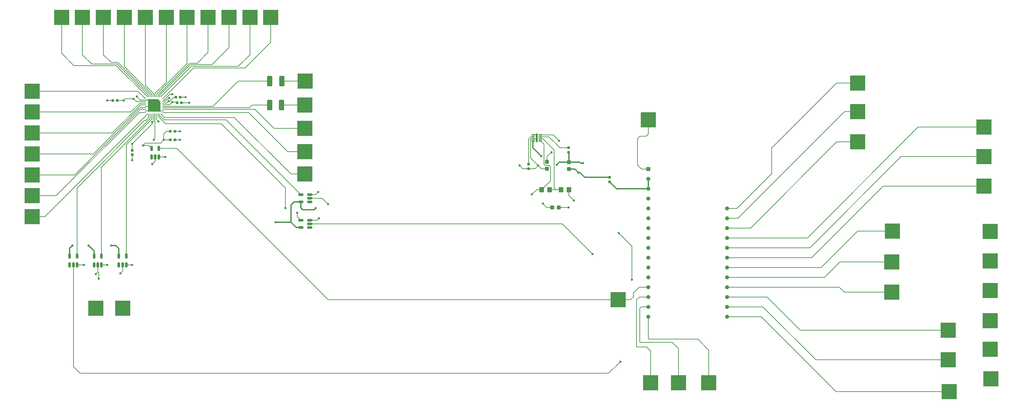
<source format=gbr>
%TF.GenerationSoftware,KiCad,Pcbnew,8.0.6*%
%TF.CreationDate,2025-04-07T11:26:50-07:00*%
%TF.ProjectId,csi_project,6373695f-7072-46f6-9a65-63742e6b6963,rev?*%
%TF.SameCoordinates,Original*%
%TF.FileFunction,Copper,L1,Top*%
%TF.FilePolarity,Positive*%
%FSLAX46Y46*%
G04 Gerber Fmt 4.6, Leading zero omitted, Abs format (unit mm)*
G04 Created by KiCad (PCBNEW 8.0.6) date 2025-04-07 11:26:50*
%MOMM*%
%LPD*%
G01*
G04 APERTURE LIST*
G04 Aperture macros list*
%AMRoundRect*
0 Rectangle with rounded corners*
0 $1 Rounding radius*
0 $2 $3 $4 $5 $6 $7 $8 $9 X,Y pos of 4 corners*
0 Add a 4 corners polygon primitive as box body*
4,1,4,$2,$3,$4,$5,$6,$7,$8,$9,$2,$3,0*
0 Add four circle primitives for the rounded corners*
1,1,$1+$1,$2,$3*
1,1,$1+$1,$4,$5*
1,1,$1+$1,$6,$7*
1,1,$1+$1,$8,$9*
0 Add four rect primitives between the rounded corners*
20,1,$1+$1,$2,$3,$4,$5,0*
20,1,$1+$1,$4,$5,$6,$7,0*
20,1,$1+$1,$6,$7,$8,$9,0*
20,1,$1+$1,$8,$9,$2,$3,0*%
%AMOutline5P*
0 Free polygon, 5 corners , with rotation*
0 The origin of the aperture is its center*
0 number of corners: always 5*
0 $1 to $10 corner X, Y*
0 $11 Rotation angle, in degrees counterclockwise*
0 create outline with 5 corners*
4,1,5,$1,$2,$3,$4,$5,$6,$7,$8,$9,$10,$1,$2,$11*%
%AMOutline6P*
0 Free polygon, 6 corners , with rotation*
0 The origin of the aperture is its center*
0 number of corners: always 6*
0 $1 to $12 corner X, Y*
0 $13 Rotation angle, in degrees counterclockwise*
0 create outline with 6 corners*
4,1,6,$1,$2,$3,$4,$5,$6,$7,$8,$9,$10,$11,$12,$1,$2,$13*%
%AMOutline7P*
0 Free polygon, 7 corners , with rotation*
0 The origin of the aperture is its center*
0 number of corners: always 7*
0 $1 to $14 corner X, Y*
0 $15 Rotation angle, in degrees counterclockwise*
0 create outline with 7 corners*
4,1,7,$1,$2,$3,$4,$5,$6,$7,$8,$9,$10,$11,$12,$13,$14,$1,$2,$15*%
%AMOutline8P*
0 Free polygon, 8 corners , with rotation*
0 The origin of the aperture is its center*
0 number of corners: always 8*
0 $1 to $16 corner X, Y*
0 $17 Rotation angle, in degrees counterclockwise*
0 create outline with 8 corners*
4,1,8,$1,$2,$3,$4,$5,$6,$7,$8,$9,$10,$11,$12,$13,$14,$15,$16,$1,$2,$17*%
G04 Aperture macros list end*
%TA.AperFunction,SMDPad,CuDef*%
%ADD10RoundRect,0.150000X0.150000X-0.512500X0.150000X0.512500X-0.150000X0.512500X-0.150000X-0.512500X0*%
%TD*%
%TA.AperFunction,ComponentPad*%
%ADD11R,4.000000X4.000000*%
%TD*%
%TA.AperFunction,SMDPad,CuDef*%
%ADD12R,0.804800X0.300000*%
%TD*%
%TA.AperFunction,SMDPad,CuDef*%
%ADD13R,0.610000X2.200000*%
%TD*%
%TA.AperFunction,SMDPad,CuDef*%
%ADD14RoundRect,0.150000X0.512500X0.150000X-0.512500X0.150000X-0.512500X-0.150000X0.512500X-0.150000X0*%
%TD*%
%TA.AperFunction,SMDPad,CuDef*%
%ADD15RoundRect,0.155000X-0.212500X-0.155000X0.212500X-0.155000X0.212500X0.155000X-0.212500X0.155000X0*%
%TD*%
%TA.AperFunction,SMDPad,CuDef*%
%ADD16RoundRect,0.237500X0.237500X-0.300000X0.237500X0.300000X-0.237500X0.300000X-0.237500X-0.300000X0*%
%TD*%
%TA.AperFunction,SMDPad,CuDef*%
%ADD17RoundRect,0.250000X-0.350000X-0.450000X0.350000X-0.450000X0.350000X0.450000X-0.350000X0.450000X0*%
%TD*%
%TA.AperFunction,SMDPad,CuDef*%
%ADD18RoundRect,0.237500X-0.300000X-0.237500X0.300000X-0.237500X0.300000X0.237500X-0.300000X0.237500X0*%
%TD*%
%TA.AperFunction,SMDPad,CuDef*%
%ADD19RoundRect,0.155000X0.212500X0.155000X-0.212500X0.155000X-0.212500X-0.155000X0.212500X-0.155000X0*%
%TD*%
%TA.AperFunction,SMDPad,CuDef*%
%ADD20RoundRect,0.250000X-0.412500X-1.100000X0.412500X-1.100000X0.412500X1.100000X-0.412500X1.100000X0*%
%TD*%
%TA.AperFunction,SMDPad,CuDef*%
%ADD21RoundRect,0.155000X-0.155000X0.212500X-0.155000X-0.212500X0.155000X-0.212500X0.155000X0.212500X0*%
%TD*%
%TA.AperFunction,SMDPad,CuDef*%
%ADD22RoundRect,0.155000X0.155000X-0.212500X0.155000X0.212500X-0.155000X0.212500X-0.155000X-0.212500X0*%
%TD*%
%TA.AperFunction,SMDPad,CuDef*%
%ADD23RoundRect,0.160000X0.160000X-0.197500X0.160000X0.197500X-0.160000X0.197500X-0.160000X-0.197500X0*%
%TD*%
%TA.AperFunction,SMDPad,CuDef*%
%ADD24RoundRect,0.237500X-0.237500X0.300000X-0.237500X-0.300000X0.237500X-0.300000X0.237500X0.300000X0*%
%TD*%
%TA.AperFunction,SMDPad,CuDef*%
%ADD25Outline5P,-0.100000X0.160000X0.100000X0.160000X0.100000X-0.160000X-0.060000X-0.160000X-0.100000X-0.120000X0.000000*%
%TD*%
%TA.AperFunction,SMDPad,CuDef*%
%ADD26R,0.200000X0.320000*%
%TD*%
%TA.AperFunction,SMDPad,CuDef*%
%ADD27Outline5P,-0.100000X0.160000X0.100000X0.160000X0.100000X-0.120000X0.060000X-0.160000X-0.100000X-0.160000X0.000000*%
%TD*%
%TA.AperFunction,SMDPad,CuDef*%
%ADD28Outline5P,-0.100000X0.160000X0.060000X0.160000X0.100000X0.120000X0.100000X-0.160000X-0.100000X-0.160000X90.000000*%
%TD*%
%TA.AperFunction,SMDPad,CuDef*%
%ADD29R,0.320000X0.200000*%
%TD*%
%TA.AperFunction,SMDPad,CuDef*%
%ADD30Outline5P,-0.100000X0.120000X-0.060000X0.160000X0.100000X0.160000X0.100000X-0.160000X-0.100000X-0.160000X90.000000*%
%TD*%
%TA.AperFunction,SMDPad,CuDef*%
%ADD31Outline5P,-0.100000X0.160000X0.100000X0.160000X0.100000X-0.160000X-0.060000X-0.160000X-0.100000X-0.120000X180.000000*%
%TD*%
%TA.AperFunction,SMDPad,CuDef*%
%ADD32Outline5P,-0.100000X0.160000X0.100000X0.160000X0.100000X-0.120000X0.060000X-0.160000X-0.100000X-0.160000X180.000000*%
%TD*%
%TA.AperFunction,SMDPad,CuDef*%
%ADD33Outline5P,-0.100000X0.160000X0.060000X0.160000X0.100000X0.120000X0.100000X-0.160000X-0.100000X-0.160000X270.000000*%
%TD*%
%TA.AperFunction,SMDPad,CuDef*%
%ADD34Outline5P,-0.100000X0.120000X-0.060000X0.160000X0.100000X0.160000X0.100000X-0.160000X-0.100000X-0.160000X270.000000*%
%TD*%
%TA.AperFunction,SMDPad,CuDef*%
%ADD35Outline5P,-1.600000X1.600000X0.960000X1.600000X1.600000X0.960000X1.600000X-1.600000X-1.600000X-1.600000X0.000000*%
%TD*%
%TA.AperFunction,ComponentPad*%
%ADD36R,1.041400X1.041400*%
%TD*%
%TA.AperFunction,ComponentPad*%
%ADD37C,1.041400*%
%TD*%
%TA.AperFunction,ViaPad*%
%ADD38C,0.600000*%
%TD*%
%TA.AperFunction,Conductor*%
%ADD39C,0.304800*%
%TD*%
%TA.AperFunction,Conductor*%
%ADD40C,0.127000*%
%TD*%
%TA.AperFunction,Conductor*%
%ADD41C,0.200000*%
%TD*%
G04 APERTURE END LIST*
D10*
%TO.P,U11,1,NC*%
%TO.N,unconnected-(U11-NC-Pad1)*%
X41300000Y-92200000D03*
%TO.P,U11,2,A*%
%TO.N,/Level Shifters: SN74LV1T34DBV/A2*%
X42250000Y-92200000D03*
%TO.P,U11,3,GND*%
%TO.N,GND*%
X43200000Y-92200000D03*
%TO.P,U11,4,Y*%
%TO.N,/Level Shifters: SN74LV1T34DBV/Y2*%
X43200000Y-89925000D03*
%TO.P,U11,5,VCC*%
%TO.N,3.3V*%
X41300000Y-89925000D03*
%TD*%
D11*
%TO.P,TP68,1,1*%
%TO.N,Net-(U16-EN)*%
X244640000Y-52680000D03*
%TD*%
D10*
%TO.P,U13,1,NC*%
%TO.N,unconnected-(U13-NC-Pad1)*%
X62400000Y-64400000D03*
%TO.P,U13,2,A*%
%TO.N,/Level Shifters: SN74LV1T34DBV/A4*%
X63350000Y-64400000D03*
%TO.P,U13,3,GND*%
%TO.N,GND*%
X64300000Y-64400000D03*
%TO.P,U13,4,Y*%
%TO.N,/Level Shifters: SN74LV1T34DBV/Y4*%
X64300000Y-62125000D03*
%TO.P,U13,5,VCC*%
%TO.N,1.8V*%
X62400000Y-62125000D03*
%TD*%
D11*
%TO.P,TP20,1,1*%
%TO.N,Net-(U2-E6)*%
X71600000Y-28400000D03*
%TD*%
D12*
%TO.P,U1,1,CP*%
%TO.N,GND*%
X160895200Y-58700000D03*
%TO.P,U1,2,CM*%
%TO.N,Net-(U1-CM)*%
X160895200Y-59200000D03*
%TO.P,U1,3,GND*%
%TO.N,GND*%
X160895200Y-59700000D03*
%TO.P,U1,4,IN*%
%TO.N,3.3V*%
X160895200Y-60200000D03*
%TO.P,U1,5,OUT*%
%TO.N,1.8V*%
X162800000Y-60200000D03*
%TO.P,U1,6,ADJ*%
%TO.N,Net-(U1-ADJ)*%
X162800000Y-59700000D03*
%TO.P,U1,7,\u002ASHDN*%
%TO.N,Net-(U1-\u002ASHDN)*%
X162800000Y-59200000D03*
%TO.P,U1,8,BIAS*%
%TO.N,Net-(U1-BIAS)*%
X162800000Y-58700000D03*
D13*
%TO.P,U1,9,EPAD*%
%TO.N,GND*%
X161847600Y-59450000D03*
%TD*%
D11*
%TO.P,TP6,1,1*%
%TO.N,Net-(TP6-Pad1)*%
X102000000Y-57000000D03*
%TD*%
D14*
%TO.P,U10,1,NC*%
%TO.N,unconnected-(U10-NC-Pad1)*%
X103200000Y-76000000D03*
%TO.P,U10,2,A*%
%TO.N,/Level Shifters: SN74LV1T34DBV/A1*%
X103200000Y-75050000D03*
%TO.P,U10,3,GND*%
%TO.N,GND*%
X103200000Y-74100000D03*
%TO.P,U10,4,Y*%
%TO.N,/Level Shifters: SN74LV1T34DBV/Y1*%
X100925000Y-74100000D03*
%TO.P,U10,5,VCC*%
%TO.N,3.3V*%
X100925000Y-76000000D03*
%TD*%
D11*
%TO.P,TP16,1,1*%
%TO.N,/Level Shifters: SN74LV1T34DBV/Y4*%
X182800000Y-101200000D03*
%TD*%
%TO.P,TP3,1,1*%
%TO.N,Net-(TP3-Pad1)*%
X31600000Y-79800000D03*
%TD*%
%TO.P,TP54,1,1*%
%TO.N,Net-(U16-A4{slash}IO14)*%
X278800000Y-114000000D03*
%TD*%
%TO.P,TP8,1,1*%
%TO.N,Net-(TP8-Pad1)*%
X87800000Y-28400000D03*
%TD*%
%TO.P,TP67,1,1*%
%TO.N,Net-(U16-VBAT)*%
X244640000Y-45280000D03*
%TD*%
D15*
%TO.P,C12,1*%
%TO.N,1.8V*%
X67265000Y-60000000D03*
%TO.P,C12,2*%
%TO.N,GND*%
X68400000Y-60000000D03*
%TD*%
D11*
%TO.P,TP14,1,1*%
%TO.N,Net-(C9-Pad2)*%
X102000000Y-51000000D03*
%TD*%
D15*
%TO.P,C6,1*%
%TO.N,1.8V*%
X67265000Y-57800000D03*
%TO.P,C6,2*%
%TO.N,GND*%
X68400000Y-57800000D03*
%TD*%
D11*
%TO.P,TP4,1,1*%
%TO.N,Net-(TP4-Pad1)*%
X102000000Y-68800000D03*
%TD*%
D16*
%TO.P,C16,1*%
%TO.N,GND*%
X170137500Y-67462500D03*
%TO.P,C16,2*%
%TO.N,3.3V*%
X170137500Y-65737500D03*
%TD*%
D17*
%TO.P,R5,1*%
%TO.N,1.8V*%
X163125000Y-72800000D03*
%TO.P,R5,2*%
%TO.N,Net-(U1-ADJ)*%
X165125000Y-72800000D03*
%TD*%
%TO.P,R6,1*%
%TO.N,Net-(U1-ADJ)*%
X168125000Y-72800000D03*
%TO.P,R6,2*%
%TO.N,GND*%
X170125000Y-72800000D03*
%TD*%
D10*
%TO.P,U15,1,NC*%
%TO.N,unconnected-(U15-NC-Pad1)*%
X47600000Y-92200000D03*
%TO.P,U15,2,A*%
%TO.N,/Level Shifters: SN74LV1T34DBV/A6*%
X48550000Y-92200000D03*
%TO.P,U15,3,GND*%
%TO.N,GND*%
X49500000Y-92200000D03*
%TO.P,U15,4,Y*%
%TO.N,/Level Shifters: SN74LV1T34DBV/Y6*%
X49500000Y-89925000D03*
%TO.P,U15,5,VCC*%
%TO.N,3.3V*%
X47600000Y-89925000D03*
%TD*%
D11*
%TO.P,TP23,1,1*%
%TO.N,Net-(U2-E3)*%
X55400000Y-28400000D03*
%TD*%
%TO.P,TP59,1,1*%
%TO.N,Net-(U16-SCL{slash}IO4)*%
X268040000Y-116680000D03*
%TD*%
D14*
%TO.P,U12,1,NC*%
%TO.N,unconnected-(U12-NC-Pad1)*%
X103200000Y-82600000D03*
%TO.P,U12,2,A*%
%TO.N,/Level Shifters: SN74LV1T34DBV/A3*%
X103200000Y-81650000D03*
%TO.P,U12,3,GND*%
%TO.N,GND*%
X103200000Y-80700000D03*
%TO.P,U12,4,Y*%
%TO.N,/Level Shifters: SN74LV1T34DBV/Y3*%
X100925000Y-80700000D03*
%TO.P,U12,5,VCC*%
%TO.N,3.3V*%
X100925000Y-82600000D03*
%TD*%
D11*
%TO.P,TP28,1,1*%
%TO.N,Net-(U2-AMUXP)*%
X31600000Y-58200000D03*
%TD*%
D15*
%TO.P,C13,1*%
%TO.N,1.8V*%
X68665000Y-49000000D03*
%TO.P,C13,2*%
%TO.N,GND*%
X69800000Y-49000000D03*
%TD*%
D11*
%TO.P,TP29,1,1*%
%TO.N,Net-(U2-AMUXM)*%
X31600000Y-52800000D03*
%TD*%
%TO.P,TP2,1,1*%
%TO.N,Net-(TP2-Pad1)*%
X31600000Y-74400000D03*
%TD*%
%TO.P,TP1,1,1*%
%TO.N,Net-(TP1-Pad1)*%
X31600000Y-47400000D03*
%TD*%
%TO.P,TP75,1,1*%
%TO.N,/Level Shifters: SN74LV1T34DBV/A1*%
X268040000Y-109080000D03*
%TD*%
D18*
%TO.P,C17,1*%
%TO.N,1.8V*%
X165800000Y-77400000D03*
%TO.P,C17,2*%
%TO.N,GND*%
X167525000Y-77400000D03*
%TD*%
D11*
%TO.P,TP17,1,1*%
%TO.N,/Level Shifters: SN74LV1T34DBV/A5*%
X55000000Y-103400000D03*
%TD*%
%TO.P,TP53,1,1*%
%TO.N,Net-(U16-A3{slash}IO15)*%
X278800000Y-106600000D03*
%TD*%
%TO.P,TP7,1,1*%
%TO.N,Net-(TP7-Pad1)*%
X93200000Y-28400000D03*
%TD*%
%TO.P,TP63,1,1*%
%TO.N,Net-(U16-D13{slash}IO13)*%
X277240000Y-56680000D03*
%TD*%
%TO.P,TP13,1,1*%
%TO.N,Net-(C8-Pad2)*%
X102050000Y-44800000D03*
%TD*%
D19*
%TO.P,C19,1*%
%TO.N,1.8V*%
X53535000Y-49800000D03*
%TO.P,C19,2*%
%TO.N,GND*%
X52400000Y-49800000D03*
%TD*%
D10*
%TO.P,U14,1,NC*%
%TO.N,unconnected-(U14-NC-Pad1)*%
X54000000Y-92200000D03*
%TO.P,U14,2,A*%
%TO.N,/Level Shifters: SN74LV1T34DBV/A5*%
X54950000Y-92200000D03*
%TO.P,U14,3,GND*%
%TO.N,GND*%
X55900000Y-92200000D03*
%TO.P,U14,4,Y*%
%TO.N,/Level Shifters: SN74LV1T34DBV/Y5*%
X55900000Y-89925000D03*
%TO.P,U14,5,VCC*%
%TO.N,3.3V*%
X54000000Y-89925000D03*
%TD*%
D20*
%TO.P,C9,1*%
%TO.N,Net-(U2-REFM)*%
X92875000Y-51000000D03*
%TO.P,C9,2*%
%TO.N,Net-(C9-Pad2)*%
X96000000Y-51000000D03*
%TD*%
D11*
%TO.P,TP26,1,1*%
%TO.N,Net-(U2-DMUX0)*%
X31600000Y-69000000D03*
%TD*%
%TO.P,TP52,1,1*%
%TO.N,Net-(U16-A2{slash}IO16)*%
X278800000Y-98800000D03*
%TD*%
%TO.P,TP62,1,1*%
%TO.N,Net-(U16-D12{slash}IO12)*%
X277240000Y-64280000D03*
%TD*%
D21*
%TO.P,C11,1*%
%TO.N,1.8V*%
X57400000Y-62665000D03*
%TO.P,C11,2*%
%TO.N,GND*%
X57400000Y-63800000D03*
%TD*%
D11*
%TO.P,TP58,1,1*%
%TO.N,Net-(U16-SDA{slash}IO3)*%
X268240000Y-124880000D03*
%TD*%
%TO.P,TP74,1,1*%
%TO.N,/Level Shifters: SN74LV1T34DBV/A2*%
X253440000Y-99280000D03*
%TD*%
D22*
%TO.P,C14,1*%
%TO.N,3.3V*%
X180632500Y-70767500D03*
%TO.P,C14,2*%
%TO.N,GND*%
X180632500Y-69632500D03*
%TD*%
D15*
%TO.P,C18,1*%
%TO.N,1.8V*%
X69000000Y-50400000D03*
%TO.P,C18,2*%
%TO.N,GND*%
X70135000Y-50400000D03*
%TD*%
D11*
%TO.P,TP57,1,1*%
%TO.N,Net-(U16-TX{slash}IO39)*%
X198400000Y-122600000D03*
%TD*%
%TO.P,TP5,1,1*%
%TO.N,Net-(TP5-Pad1)*%
X102000000Y-63000000D03*
%TD*%
%TO.P,TP25,1,1*%
%TO.N,Net-(U2-E1)*%
X44600000Y-28400000D03*
%TD*%
%TO.P,TP66,1,1*%
%TO.N,Net-(U16-TXD0)*%
X206200000Y-122600000D03*
%TD*%
%TO.P,TP69,1,1*%
%TO.N,Net-(U16-VBUS{slash}USB)*%
X244640000Y-60480000D03*
%TD*%
%TO.P,TP55,1,1*%
%TO.N,Net-(U16-A5{slash}IO8)*%
X279000000Y-121600000D03*
%TD*%
D21*
%TO.P,C15,1*%
%TO.N,Net-(U1-CM)*%
X159675000Y-66265000D03*
%TO.P,C15,2*%
%TO.N,GND*%
X159675000Y-67400000D03*
%TD*%
D11*
%TO.P,TP39,1,1*%
%TO.N,Net-(U16-A0{slash}IO18)*%
X278800000Y-83600000D03*
%TD*%
%TO.P,TP64,1,1*%
%TO.N,Net-(U16-RESET)*%
X190600000Y-54800000D03*
%TD*%
%TO.P,TP60,1,1*%
%TO.N,Net-(U16-D10{slash}IO10)*%
X253640000Y-83480000D03*
%TD*%
%TO.P,TP22,1,1*%
%TO.N,Net-(U2-E4)*%
X60800000Y-28400000D03*
%TD*%
%TO.P,TP73,1,1*%
%TO.N,/Level Shifters: SN74LV1T34DBV/A3*%
X253440000Y-91480000D03*
%TD*%
%TO.P,TP21,1,1*%
%TO.N,Net-(U2-E5)*%
X66200000Y-28400000D03*
%TD*%
%TO.P,TP40,1,1*%
%TO.N,Net-(U16-A1{slash}IO17)*%
X278800000Y-91200000D03*
%TD*%
%TO.P,TP27,1,1*%
%TO.N,Net-(U2-DMUX1)*%
X31600000Y-63600000D03*
%TD*%
D23*
%TO.P,R4,1*%
%TO.N,3.3V*%
X170000000Y-63200000D03*
%TO.P,R4,2*%
%TO.N,Net-(U1-\u002ASHDN)*%
X170000000Y-62005000D03*
%TD*%
D11*
%TO.P,TP18,1,1*%
%TO.N,Net-(U2-E8)*%
X82400000Y-28400000D03*
%TD*%
%TO.P,TP19,1,1*%
%TO.N,Net-(U2-E7)*%
X77000000Y-28400000D03*
%TD*%
%TO.P,TP61,1,1*%
%TO.N,Net-(U16-D11{slash}IO11)*%
X277240000Y-71880000D03*
%TD*%
D24*
%TO.P,C10,1*%
%TO.N,Net-(U1-BIAS)*%
X164475000Y-65675000D03*
%TO.P,C10,2*%
%TO.N,GND*%
X164475000Y-67400000D03*
%TD*%
D20*
%TO.P,C8,1*%
%TO.N,Net-(U2-REFP)*%
X92925000Y-44800000D03*
%TO.P,C8,2*%
%TO.N,Net-(C8-Pad2)*%
X96050000Y-44800000D03*
%TD*%
D25*
%TO.P,U2,1,NC*%
%TO.N,Net-(TP9-Pad1)*%
X61300000Y-48810000D03*
%TO.P,U2,2,E1*%
%TO.N,Net-(U2-E1)*%
X61700000Y-48810000D03*
%TO.P,U2,3,E2*%
%TO.N,Net-(U2-E2)*%
X62100000Y-48810000D03*
%TO.P,U2,4,E3*%
%TO.N,Net-(U2-E3)*%
X62500000Y-48810000D03*
D26*
%TO.P,U2,5,E4*%
%TO.N,Net-(U2-E4)*%
X62900000Y-48810000D03*
%TO.P,U2,6,E5*%
%TO.N,Net-(U2-E5)*%
X63300000Y-48810000D03*
D27*
%TO.P,U2,7,E6*%
%TO.N,Net-(U2-E6)*%
X63700000Y-48810000D03*
%TO.P,U2,8,E7*%
%TO.N,Net-(U2-E7)*%
X64100000Y-48810000D03*
%TO.P,U2,9,E8*%
%TO.N,Net-(U2-E8)*%
X64500000Y-48810000D03*
%TO.P,U2,10,NC*%
%TO.N,Net-(TP8-Pad1)*%
X64900000Y-48810000D03*
D28*
%TO.P,U2,11,NC*%
%TO.N,Net-(TP7-Pad1)*%
X65390000Y-49300000D03*
%TO.P,U2,12,AVSS*%
%TO.N,GND*%
X65390000Y-49700000D03*
%TO.P,U2,13,AVSSQ*%
X65390000Y-50100000D03*
%TO.P,U2,14,AVDDQ*%
%TO.N,1.8V*%
X65390000Y-50500000D03*
D29*
%TO.P,U2,15,AVDD*%
X65390000Y-50900000D03*
%TO.P,U2,16,REFP*%
%TO.N,Net-(U2-REFP)*%
X65390000Y-51300000D03*
D30*
%TO.P,U2,17,REFM*%
%TO.N,Net-(U2-REFM)*%
X65390000Y-51700000D03*
%TO.P,U2,18,NC*%
%TO.N,Net-(TP6-Pad1)*%
X65390000Y-52100000D03*
%TO.P,U2,19,AVSS*%
%TO.N,GND*%
X65390000Y-52500000D03*
%TO.P,U2,20,NC*%
%TO.N,Net-(TP5-Pad1)*%
X65390000Y-52900000D03*
D31*
%TO.P,U2,21,NC*%
%TO.N,Net-(TP4-Pad1)*%
X64900000Y-53390000D03*
%TO.P,U2,22,RSTN*%
%TO.N,/Level Shifters: SN74LV1T34DBV/Y1*%
X64500000Y-53390000D03*
%TO.P,U2,23,CLK*%
%TO.N,/Level Shifters: SN74LV1T34DBV/Y3*%
X64100000Y-53390000D03*
%TO.P,U2,24,AVSS*%
%TO.N,GND*%
X63700000Y-53390000D03*
D26*
%TO.P,U2,25,S0*%
%TO.N,/Level Shifters: SN74LV1T34DBV/A4*%
X63300000Y-53390000D03*
D32*
%TO.P,U2,26,SI*%
%TO.N,/Level Shifters: SN74LV1T34DBV/Y5*%
X62500000Y-53390000D03*
%TO.P,U2,27,SCK*%
%TO.N,/Level Shifters: SN74LV1T34DBV/Y6*%
X62100000Y-53390000D03*
%TO.P,U2,28,CSN*%
%TO.N,/Level Shifters: SN74LV1T34DBV/Y2*%
X61700000Y-53390000D03*
D26*
%TO.P,U2,29,DVDD*%
%TO.N,1.8V*%
X62900000Y-53390000D03*
D32*
%TO.P,U2,30,NC*%
%TO.N,Net-(TP3-Pad1)*%
X61300000Y-53390000D03*
D33*
%TO.P,U2,31,NC*%
%TO.N,Net-(TP2-Pad1)*%
X60810000Y-52900000D03*
%TO.P,U2,32,DVSS*%
%TO.N,GND*%
X60810000Y-52500000D03*
%TO.P,U2,33,DMUX0*%
%TO.N,Net-(U2-DMUX0)*%
X60810000Y-52100000D03*
%TO.P,U2,34,DMUX1*%
%TO.N,Net-(U2-DMUX1)*%
X60810000Y-51700000D03*
D29*
%TO.P,U2,35,AVSS*%
%TO.N,GND*%
X60810000Y-51300000D03*
%TO.P,U2,36,AMUXP*%
%TO.N,Net-(U2-AMUXP)*%
X60810000Y-50900000D03*
D34*
%TO.P,U2,37,AMUXM*%
%TO.N,Net-(U2-AMUXM)*%
X60810000Y-50500000D03*
%TO.P,U2,38,AVDD*%
%TO.N,1.8V*%
X60810000Y-50100000D03*
%TO.P,U2,39,AVSS*%
%TO.N,GND*%
X60810000Y-49700000D03*
%TO.P,U2,40,NC*%
%TO.N,Net-(TP1-Pad1)*%
X60810000Y-49300000D03*
D35*
%TO.P,U2,41,PAD*%
%TO.N,GND*%
X63100000Y-51100000D03*
%TD*%
D36*
%TO.P,U16,1,RESET*%
%TO.N,Net-(U16-RESET)*%
X190640000Y-67480000D03*
D37*
%TO.P,U16,2,3.3V*%
%TO.N,3.3V*%
X190640000Y-70020000D03*
%TO.P,U16,3,3.3V*%
X190640000Y-72560000D03*
%TO.P,U16,4,GND*%
%TO.N,GND*%
X190640000Y-75100000D03*
%TO.P,U16,5,A0/IO18*%
%TO.N,Net-(U16-A0{slash}IO18)*%
X190640000Y-77640000D03*
%TO.P,U16,6,A1/IO17*%
%TO.N,Net-(U16-A1{slash}IO17)*%
X190640000Y-80180000D03*
%TO.P,U16,7,A2/IO16*%
%TO.N,Net-(U16-A2{slash}IO16)*%
X190640000Y-82720000D03*
%TO.P,U16,8,A3/IO15*%
%TO.N,Net-(U16-A3{slash}IO15)*%
X190640000Y-85260000D03*
%TO.P,U16,9,A4/IO14*%
%TO.N,Net-(U16-A4{slash}IO14)*%
X190640000Y-87800000D03*
%TO.P,U16,10,A5/IO8*%
%TO.N,Net-(U16-A5{slash}IO8)*%
X190640000Y-90340000D03*
%TO.P,U16,11,SCK/IO36*%
%TO.N,/Level Shifters: SN74LV1T34DBV/A6*%
X190640000Y-92880000D03*
%TO.P,U16,12,MOSI/IO35*%
%TO.N,/Level Shifters: SN74LV1T34DBV/A5*%
X190640000Y-95420000D03*
%TO.P,U16,13,MISO/IO37*%
%TO.N,/Level Shifters: SN74LV1T34DBV/Y4*%
X190640000Y-97960000D03*
%TO.P,U16,14,RX/IO38*%
%TO.N,Net-(U16-RX{slash}IO38)*%
X190640000Y-100500000D03*
%TO.P,U16,15,TX/IO39*%
%TO.N,Net-(U16-TX{slash}IO39)*%
X190640000Y-103040000D03*
%TO.P,U16,16,TXD0*%
%TO.N,Net-(U16-TXD0)*%
X190640000Y-105580000D03*
%TO.P,U16,17,SDA/IO3*%
%TO.N,Net-(U16-SDA{slash}IO3)*%
X210960000Y-105580000D03*
%TO.P,U16,18,SCL/IO4*%
%TO.N,Net-(U16-SCL{slash}IO4)*%
X210960000Y-103040000D03*
%TO.P,U16,19,D5/IO5*%
%TO.N,/Level Shifters: SN74LV1T34DBV/A1*%
X210960000Y-100500000D03*
%TO.P,U16,20,D6/IO6*%
%TO.N,/Level Shifters: SN74LV1T34DBV/A2*%
X210960000Y-97960000D03*
%TO.P,U16,21,D9/IO9*%
%TO.N,/Level Shifters: SN74LV1T34DBV/A3*%
X210960000Y-95420000D03*
%TO.P,U16,22,D10/IO10*%
%TO.N,Net-(U16-D10{slash}IO10)*%
X210960000Y-92880000D03*
%TO.P,U16,23,D11/IO11*%
%TO.N,Net-(U16-D11{slash}IO11)*%
X210960000Y-90340000D03*
%TO.P,U16,24,D12/IO12*%
%TO.N,Net-(U16-D12{slash}IO12)*%
X210960000Y-87800000D03*
%TO.P,U16,25,D13/IO13*%
%TO.N,Net-(U16-D13{slash}IO13)*%
X210960000Y-85260000D03*
%TO.P,U16,26,VBUS/USB*%
%TO.N,Net-(U16-VBUS{slash}USB)*%
X210960000Y-82720000D03*
%TO.P,U16,27,EN*%
%TO.N,Net-(U16-EN)*%
X210960000Y-80180000D03*
%TO.P,U16,28,VBAT*%
%TO.N,Net-(U16-VBAT)*%
X210960000Y-77640000D03*
%TD*%
D11*
%TO.P,TP56,1,1*%
%TO.N,Net-(U16-RX{slash}IO38)*%
X191200000Y-122600000D03*
%TD*%
%TO.P,TP38,1,1*%
%TO.N,/Level Shifters: SN74LV1T34DBV/A6*%
X48000000Y-103400000D03*
%TD*%
%TO.P,TP9,1,1*%
%TO.N,Net-(TP9-Pad1)*%
X39200000Y-28400000D03*
%TD*%
%TO.P,TP24,1,1*%
%TO.N,Net-(U2-E2)*%
X50000000Y-28400000D03*
%TD*%
D38*
%TO.N,1.8V*%
X62600000Y-55400000D03*
X55200000Y-49800000D03*
X163400000Y-76400000D03*
X57800000Y-49400000D03*
X57400000Y-61000000D03*
X160600000Y-74000000D03*
X60200000Y-61400000D03*
X65600000Y-60000000D03*
X66800000Y-50000000D03*
X67800000Y-50200000D03*
%TO.N,GND*%
X51000000Y-49800000D03*
X171400000Y-75600000D03*
X64200000Y-55200000D03*
X170000000Y-77400000D03*
X71200000Y-49000000D03*
X58600000Y-48800000D03*
X45000000Y-92200000D03*
X105600000Y-80200000D03*
X69800000Y-57800000D03*
X105400000Y-73400000D03*
X69800000Y-60000000D03*
X57400000Y-92200000D03*
X162200000Y-66600000D03*
X172600000Y-68400000D03*
X57400000Y-65200000D03*
X51000000Y-92200000D03*
X72200000Y-50400000D03*
X67800000Y-48200000D03*
X67000000Y-49200000D03*
X157400000Y-66600000D03*
X66000000Y-64400000D03*
%TO.N,Net-(U1-BIAS)*%
X165600000Y-63200000D03*
X167600000Y-60200000D03*
%TO.N,3.3V*%
X42000000Y-87200000D03*
X52000000Y-87200000D03*
X94400000Y-81200000D03*
X104800000Y-77600000D03*
X46200000Y-87200000D03*
X167000000Y-66400000D03*
X163000000Y-64200000D03*
X173800000Y-66000000D03*
%TO.N,/Level Shifters: SN74LV1T34DBV/A5*%
X54400000Y-94400000D03*
%TO.N,/Level Shifters: SN74LV1T34DBV/A6*%
X48800000Y-95800000D03*
X48000000Y-94600000D03*
%TO.N,/Level Shifters: SN74LV1T34DBV/A3*%
X176200000Y-89400000D03*
%TO.N,/Level Shifters: SN74LV1T34DBV/A2*%
X183400000Y-117200000D03*
%TO.N,/Level Shifters: SN74LV1T34DBV/A1*%
X108000000Y-76600000D03*
X186400000Y-96000000D03*
X183000000Y-84000000D03*
%TO.N,/Level Shifters: SN74LV1T34DBV/Y3*%
X97000000Y-77600000D03*
X100000000Y-78800000D03*
%TO.N,/Level Shifters: SN74LV1T34DBV/A4*%
X62600000Y-66200000D03*
X63000000Y-60000000D03*
%TD*%
D39*
%TO.N,3.3V*%
X160892800Y-60202400D02*
X160895200Y-60202400D01*
D40*
X160800000Y-60295200D02*
X160892800Y-60202400D01*
D39*
X160800000Y-62000000D02*
X160800000Y-60295200D01*
X163000000Y-64200000D02*
X160800000Y-62000000D01*
X190640000Y-70020000D02*
X190640000Y-72560000D01*
%TO.N,GND*%
X174232500Y-69632500D02*
X180632500Y-69632500D01*
X173000000Y-68400000D02*
X174232500Y-69632500D01*
X172600000Y-68400000D02*
X173000000Y-68400000D01*
D41*
%TO.N,1.8V*%
X62400000Y-62125000D02*
X61675000Y-61400000D01*
X165800000Y-77400000D02*
X164400000Y-77400000D01*
X62600000Y-55800000D02*
X57400000Y-61000000D01*
X66300000Y-50500000D02*
X66800000Y-50000000D01*
X68200000Y-49000000D02*
X68665000Y-49000000D01*
X64800000Y-60800000D02*
X65600000Y-60000000D01*
X65600000Y-58400000D02*
X66200000Y-57800000D01*
X57400000Y-62665000D02*
X57400000Y-61000000D01*
X163700000Y-66254222D02*
X164008278Y-66562500D01*
X164008278Y-66562500D02*
X164941722Y-66562500D01*
X163700000Y-61100000D02*
X163700000Y-66254222D01*
X164941722Y-66562500D02*
X165400000Y-67020778D01*
X55600000Y-49400000D02*
X55200000Y-49800000D01*
X66800000Y-50000000D02*
X67200000Y-50000000D01*
X68800000Y-50200000D02*
X69000000Y-50400000D01*
X53535000Y-49800000D02*
X55200000Y-49800000D01*
X62900000Y-53390000D02*
X62900000Y-55100000D01*
X58500000Y-50100000D02*
X57800000Y-49400000D01*
X165400000Y-70525000D02*
X163125000Y-72800000D01*
X163125000Y-72800000D02*
X161800000Y-72800000D01*
X165400000Y-67020778D02*
X165400000Y-70525000D01*
X60810000Y-50100000D02*
X58500000Y-50100000D01*
X162800000Y-60200000D02*
X163700000Y-61100000D01*
X67265000Y-60000000D02*
X65600000Y-60000000D01*
X65390000Y-50500000D02*
X66300000Y-50500000D01*
X61675000Y-61400000D02*
X60200000Y-61400000D01*
X67200000Y-50000000D02*
X68200000Y-49000000D01*
X60800000Y-60800000D02*
X64800000Y-60800000D01*
X57800000Y-49400000D02*
X55600000Y-49400000D01*
X67800000Y-50200000D02*
X68800000Y-50200000D01*
X60200000Y-61400000D02*
X60800000Y-60800000D01*
X62900000Y-55100000D02*
X62600000Y-55400000D01*
X65600000Y-60000000D02*
X65600000Y-58400000D01*
X161800000Y-72800000D02*
X160600000Y-74000000D01*
X62600000Y-55400000D02*
X62600000Y-55800000D01*
X164400000Y-77400000D02*
X163400000Y-76400000D01*
X65390000Y-50900000D02*
X67100000Y-50900000D01*
X66200000Y-57800000D02*
X67265000Y-57800000D01*
X67100000Y-50900000D02*
X67800000Y-50200000D01*
%TO.N,GND*%
X161847600Y-59450000D02*
X161597600Y-59700000D01*
X164537500Y-67462500D02*
X164475000Y-67400000D01*
X68400000Y-57800000D02*
X69800000Y-57800000D01*
X161847600Y-59000000D02*
X161547600Y-58700000D01*
X66375736Y-49575735D02*
X66751471Y-49200000D01*
X160192800Y-59815686D02*
X160308486Y-59700000D01*
X170125000Y-72800000D02*
X170125000Y-72275000D01*
X161547600Y-58700000D02*
X160895200Y-58700000D01*
X159675000Y-67400000D02*
X161400000Y-67400000D01*
X160308486Y-59700000D02*
X160895200Y-59700000D01*
X60810000Y-49700000D02*
X59500000Y-49700000D01*
X59500000Y-49700000D02*
X58600000Y-48800000D01*
X65390000Y-49700000D02*
X65700000Y-49700000D01*
X60810000Y-49700000D02*
X61700000Y-49700000D01*
X64300000Y-64400000D02*
X66000000Y-64400000D01*
X163000000Y-67400000D02*
X162200000Y-66600000D01*
X63700000Y-54700000D02*
X64200000Y-55200000D01*
X64500000Y-52500000D02*
X63100000Y-51100000D01*
X66400000Y-49000000D02*
X67200000Y-48200000D01*
X159675000Y-67400000D02*
X158200000Y-67400000D01*
X105100000Y-80700000D02*
X105600000Y-80200000D01*
X61700000Y-49700000D02*
X63100000Y-51100000D01*
X164475000Y-67400000D02*
X163000000Y-67400000D01*
X170125000Y-72275000D02*
X170137500Y-72262500D01*
X103200000Y-80700000D02*
X105100000Y-80700000D01*
X65851471Y-50100000D02*
X66375736Y-49575735D01*
X55900000Y-92200000D02*
X57400000Y-92200000D01*
X63700000Y-53390000D02*
X63700000Y-54700000D01*
X104700000Y-74100000D02*
X105400000Y-73400000D01*
X52400000Y-49800000D02*
X51000000Y-49800000D01*
X161847600Y-59450000D02*
X161847600Y-59000000D01*
X162200000Y-66600000D02*
X160192800Y-64592800D01*
X69800000Y-49000000D02*
X71200000Y-49000000D01*
X170125000Y-74325000D02*
X171400000Y-75600000D01*
X70135000Y-50400000D02*
X72200000Y-50400000D01*
X66751471Y-49200000D02*
X67000000Y-49200000D01*
X160192800Y-64592800D02*
X160192800Y-59815686D01*
X60810000Y-52500000D02*
X61700000Y-52500000D01*
X161597600Y-59700000D02*
X160895200Y-59700000D01*
X49500000Y-92200000D02*
X51000000Y-92200000D01*
X62900000Y-51300000D02*
X63100000Y-51100000D01*
X103200000Y-74100000D02*
X104700000Y-74100000D01*
X167525000Y-77400000D02*
X170000000Y-77400000D01*
X170125000Y-72800000D02*
X170125000Y-74325000D01*
X65390000Y-50100000D02*
X65851471Y-50100000D01*
X161400000Y-67400000D02*
X162200000Y-66600000D01*
X158200000Y-67400000D02*
X157400000Y-66600000D01*
X43200000Y-92200000D02*
X45000000Y-92200000D01*
X68400000Y-60000000D02*
X69800000Y-60000000D01*
X61700000Y-52500000D02*
X63100000Y-51100000D01*
X65700000Y-49700000D02*
X66400000Y-49000000D01*
X57400000Y-63800000D02*
X57400000Y-65200000D01*
X60810000Y-51300000D02*
X62900000Y-51300000D01*
D39*
X170137500Y-67462500D02*
X171662500Y-67462500D01*
D41*
X65390000Y-52500000D02*
X64500000Y-52500000D01*
D39*
X171662500Y-67462500D02*
X172600000Y-68400000D01*
D41*
X67200000Y-48200000D02*
X67800000Y-48200000D01*
%TO.N,Net-(C8-Pad2)*%
X102050000Y-44800000D02*
X96050000Y-44800000D01*
%TO.N,Net-(U2-REFP)*%
X65390000Y-51300000D02*
X78300000Y-51300000D01*
X84800000Y-44800000D02*
X92925000Y-44800000D01*
X78300000Y-51300000D02*
X84800000Y-44800000D01*
%TO.N,Net-(U2-REFM)*%
X65390000Y-51700000D02*
X87700000Y-51700000D01*
X87700000Y-51700000D02*
X88400000Y-51000000D01*
X88400000Y-51000000D02*
X92875000Y-51000000D01*
%TO.N,Net-(C9-Pad2)*%
X102000000Y-51000000D02*
X96000000Y-51000000D01*
%TO.N,Net-(U1-BIAS)*%
X162800000Y-58700000D02*
X166100000Y-58700000D01*
X166100000Y-58700000D02*
X167600000Y-60200000D01*
X165600000Y-63200000D02*
X164475000Y-64325000D01*
X164475000Y-64325000D02*
X164475000Y-65675000D01*
D39*
%TO.N,3.3V*%
X182425000Y-72560000D02*
X180632500Y-70767500D01*
X190640000Y-72560000D02*
X182425000Y-72560000D01*
D41*
%TO.N,Net-(U1-CM)*%
X160895200Y-59200000D02*
X160242800Y-59200000D01*
X160242800Y-59200000D02*
X159675000Y-59767800D01*
X159675000Y-59767800D02*
X159675000Y-66265000D01*
D39*
%TO.N,3.3V*%
X41300000Y-87900000D02*
X42000000Y-87200000D01*
X98400000Y-81200000D02*
X98400000Y-76800000D01*
X54000000Y-88000000D02*
X54000000Y-89925000D01*
X167662500Y-65737500D02*
X167000000Y-66400000D01*
X170137500Y-63337500D02*
X170000000Y-63200000D01*
X100925000Y-82600000D02*
X99800000Y-82600000D01*
X101400000Y-78000000D02*
X100925000Y-77525000D01*
X94400000Y-81200000D02*
X98400000Y-81200000D01*
X173200000Y-66000000D02*
X172937500Y-65737500D01*
X173800000Y-66000000D02*
X173200000Y-66000000D01*
X170137500Y-65737500D02*
X167662500Y-65737500D01*
X98400000Y-76800000D02*
X99200000Y-76000000D01*
X99800000Y-82600000D02*
X98400000Y-81200000D01*
X172937500Y-65737500D02*
X170137500Y-65737500D01*
X41300000Y-89925000D02*
X41300000Y-87900000D01*
X53200000Y-87200000D02*
X54000000Y-88000000D01*
X170137500Y-65737500D02*
X170137500Y-63337500D01*
X99200000Y-76000000D02*
X100925000Y-76000000D01*
X104800000Y-77600000D02*
X104400000Y-78000000D01*
X104400000Y-78000000D02*
X101400000Y-78000000D01*
X52000000Y-87200000D02*
X53200000Y-87200000D01*
X100925000Y-77525000D02*
X100925000Y-76000000D01*
X46200000Y-87200000D02*
X47600000Y-88600000D01*
X47600000Y-88600000D02*
X47600000Y-89925000D01*
D41*
%TO.N,Net-(U1-\u002ASHDN)*%
X165000000Y-59200000D02*
X167805000Y-62005000D01*
X162800000Y-59200000D02*
X165000000Y-59200000D01*
X167805000Y-62005000D02*
X170000000Y-62005000D01*
%TO.N,Net-(U1-ADJ)*%
X166800000Y-72800000D02*
X165125000Y-72800000D01*
X163452400Y-59700000D02*
X166313971Y-62561571D01*
X166313971Y-72313971D02*
X166800000Y-72800000D01*
X166313971Y-62561571D02*
X166313971Y-72313971D01*
X162800000Y-59700000D02*
X163452400Y-59700000D01*
X168125000Y-72800000D02*
X166800000Y-72800000D01*
%TO.N,Net-(TP1-Pad1)*%
X58910000Y-47400000D02*
X60810000Y-49300000D01*
X31600000Y-47400000D02*
X58910000Y-47400000D01*
%TO.N,Net-(TP2-Pad1)*%
X31600000Y-74400000D02*
X37800000Y-74400000D01*
X59300000Y-52900000D02*
X60810000Y-52900000D01*
X37800000Y-74400000D02*
X59300000Y-52900000D01*
%TO.N,Net-(TP3-Pad1)*%
X61300000Y-53390000D02*
X34890000Y-79800000D01*
X34890000Y-79800000D02*
X31600000Y-79800000D01*
D40*
%TO.N,Net-(TP4-Pad1)*%
X65700000Y-54200000D02*
X83800000Y-54200000D01*
X83800000Y-54200000D02*
X98400000Y-68800000D01*
X98400000Y-68800000D02*
X102000000Y-68800000D01*
X64890000Y-53390000D02*
X65700000Y-54200000D01*
D41*
%TO.N,Net-(TP5-Pad1)*%
X65390000Y-52900000D02*
X87500000Y-52900000D01*
X87500000Y-52900000D02*
X97600000Y-63000000D01*
X97600000Y-63000000D02*
X102000000Y-63000000D01*
%TO.N,Net-(TP6-Pad1)*%
X94000000Y-57000000D02*
X102000000Y-57000000D01*
X89100000Y-52100000D02*
X94000000Y-57000000D01*
X65390000Y-52100000D02*
X89100000Y-52100000D01*
%TO.N,Net-(TP7-Pad1)*%
X65390000Y-49300000D02*
X73290000Y-41400000D01*
X93200000Y-34800000D02*
X93200000Y-28400000D01*
X86600000Y-41400000D02*
X93200000Y-34800000D01*
X73290000Y-41400000D02*
X86600000Y-41400000D01*
%TO.N,Net-(TP8-Pad1)*%
X72710000Y-41000000D02*
X64900000Y-48810000D01*
X84800000Y-41000000D02*
X72710000Y-41000000D01*
X87800000Y-28400000D02*
X87800000Y-38000000D01*
X87800000Y-38000000D02*
X84800000Y-41000000D01*
%TO.N,Net-(TP9-Pad1)*%
X53290000Y-40800000D02*
X42400000Y-40800000D01*
X39200000Y-37600000D02*
X39200000Y-28400000D01*
X61300000Y-48810000D02*
X53290000Y-40800000D01*
X42400000Y-40800000D02*
X39200000Y-37600000D01*
%TO.N,/Level Shifters: SN74LV1T34DBV/Y4*%
X190640000Y-97960000D02*
X188240000Y-97960000D01*
X108000000Y-101200000D02*
X69200000Y-62400000D01*
X186800000Y-99400000D02*
X186800000Y-100400000D01*
X182800000Y-101200000D02*
X108000000Y-101200000D01*
X186800000Y-100400000D02*
X186000000Y-101200000D01*
X188240000Y-97960000D02*
X186800000Y-99400000D01*
X64300000Y-62125000D02*
X68925000Y-62125000D01*
X186000000Y-101200000D02*
X182800000Y-101200000D01*
X68925000Y-62125000D02*
X69200000Y-62400000D01*
%TO.N,/Level Shifters: SN74LV1T34DBV/A5*%
X54950000Y-93850000D02*
X54400000Y-94400000D01*
X54950000Y-92200000D02*
X54950000Y-93850000D01*
%TO.N,Net-(U2-E8)*%
X72425736Y-40600000D02*
X78000000Y-40600000D01*
X82400000Y-36200000D02*
X82400000Y-28400000D01*
X78000000Y-40600000D02*
X82400000Y-36200000D01*
X64500000Y-48810000D02*
X64500000Y-48525736D01*
X64500000Y-48525736D02*
X72425736Y-40600000D01*
%TO.N,Net-(U2-E7)*%
X77000000Y-37400000D02*
X77000000Y-28400000D01*
X64100000Y-48810000D02*
X64100000Y-48360050D01*
X64100000Y-48360050D02*
X72260050Y-40200000D01*
X72260050Y-40200000D02*
X74200000Y-40200000D01*
X74200000Y-40200000D02*
X77000000Y-37400000D01*
%TO.N,Net-(U2-E6)*%
X71600000Y-40294364D02*
X71600000Y-28400000D01*
X63700000Y-48810000D02*
X63700000Y-48194364D01*
X63700000Y-48194364D02*
X71600000Y-40294364D01*
%TO.N,Net-(U2-E5)*%
X66200000Y-28400000D02*
X66200000Y-45128678D01*
X63300000Y-48028678D02*
X63300000Y-48810000D01*
X66200000Y-45128678D02*
X63300000Y-48028678D01*
%TO.N,Net-(U2-E4)*%
X60800000Y-28400000D02*
X60800000Y-45928678D01*
X62900000Y-48028678D02*
X62900000Y-48810000D01*
X60800000Y-45928678D02*
X62900000Y-48028678D01*
%TO.N,Net-(U2-E3)*%
X55400000Y-41094364D02*
X62500000Y-48194364D01*
X55400000Y-28400000D02*
X55400000Y-41094364D01*
X62500000Y-48194364D02*
X62500000Y-48810000D01*
%TO.N,Net-(U2-E2)*%
X52000000Y-40000000D02*
X53739950Y-40000000D01*
X53739950Y-40000000D02*
X62100000Y-48360050D01*
X62100000Y-48360050D02*
X62100000Y-48810000D01*
X50000000Y-28400000D02*
X50000000Y-38000000D01*
X50000000Y-38000000D02*
X52000000Y-40000000D01*
%TO.N,Net-(U2-E1)*%
X44600000Y-38000000D02*
X47000000Y-40400000D01*
X53574264Y-40400000D02*
X61700000Y-48525736D01*
X44600000Y-28400000D02*
X44600000Y-38000000D01*
X61700000Y-48525736D02*
X61700000Y-48810000D01*
X47000000Y-40400000D02*
X53574264Y-40400000D01*
%TO.N,Net-(U2-DMUX0)*%
X31600000Y-69000000D02*
X42634314Y-69000000D01*
X42634314Y-69000000D02*
X59534314Y-52100000D01*
X59534314Y-52100000D02*
X60810000Y-52100000D01*
%TO.N,Net-(U2-DMUX1)*%
X59368628Y-51700000D02*
X60810000Y-51700000D01*
X31600000Y-63600000D02*
X47468628Y-63600000D01*
X47468628Y-63600000D02*
X59368628Y-51700000D01*
%TO.N,Net-(U2-AMUXP)*%
X52302942Y-58200000D02*
X59602942Y-50900000D01*
X31600000Y-58200000D02*
X52302942Y-58200000D01*
X59602942Y-50900000D02*
X60810000Y-50900000D01*
%TO.N,Net-(U2-AMUXM)*%
X57137256Y-52800000D02*
X59437256Y-50500000D01*
X31600000Y-52800000D02*
X57137256Y-52800000D01*
X59437256Y-50500000D02*
X60810000Y-50500000D01*
%TO.N,/Level Shifters: SN74LV1T34DBV/A6*%
X48550000Y-92200000D02*
X48550000Y-94050000D01*
X48800000Y-94300000D02*
X48550000Y-94050000D01*
X48800000Y-95800000D02*
X48800000Y-94300000D01*
X48550000Y-94050000D02*
X48000000Y-94600000D01*
%TO.N,Net-(U16-RX{slash}IO38)*%
X187800000Y-113400000D02*
X190200000Y-113400000D01*
X190200000Y-113400000D02*
X191200000Y-114400000D01*
X188300000Y-100500000D02*
X187600000Y-101200000D01*
X191200000Y-114400000D02*
X191200000Y-122600000D01*
X190640000Y-100500000D02*
X188300000Y-100500000D01*
X187600000Y-101200000D02*
X187600000Y-113200000D01*
X187600000Y-113200000D02*
X187800000Y-113400000D01*
%TO.N,Net-(U16-TX{slash}IO39)*%
X198400000Y-113800000D02*
X198400000Y-122600000D01*
X188400000Y-103400000D02*
X188400000Y-112000000D01*
X196800000Y-112200000D02*
X198400000Y-113800000D01*
X188400000Y-112000000D02*
X188600000Y-112200000D01*
X190640000Y-103040000D02*
X188760000Y-103040000D01*
X188760000Y-103040000D02*
X188400000Y-103400000D01*
X188600000Y-112200000D02*
X196800000Y-112200000D01*
%TO.N,Net-(U16-SDA{slash}IO3)*%
X210960000Y-105580000D02*
X219740000Y-105580000D01*
X239040000Y-124880000D02*
X268240000Y-124880000D01*
X219740000Y-105580000D02*
X239040000Y-124880000D01*
%TO.N,Net-(U16-SCL{slash}IO4)*%
X210960000Y-103040000D02*
X220200000Y-103040000D01*
X233840000Y-116680000D02*
X268040000Y-116680000D01*
X220200000Y-103040000D02*
X233840000Y-116680000D01*
%TO.N,Net-(U16-D10{slash}IO10)*%
X210960000Y-92880000D02*
X235240000Y-92880000D01*
X244640000Y-83480000D02*
X253640000Y-83480000D01*
X235240000Y-92880000D02*
X244640000Y-83480000D01*
%TO.N,Net-(U16-D11{slash}IO11)*%
X210960000Y-90340000D02*
X232780000Y-90340000D01*
X232780000Y-90340000D02*
X251240000Y-71880000D01*
X251240000Y-71880000D02*
X277240000Y-71880000D01*
%TO.N,Net-(U16-D12{slash}IO12)*%
X255840000Y-64280000D02*
X277240000Y-64280000D01*
X210960000Y-87800000D02*
X232320000Y-87800000D01*
X232320000Y-87800000D02*
X255840000Y-64280000D01*
%TO.N,Net-(U16-D13{slash}IO13)*%
X210960000Y-85260000D02*
X231660000Y-85260000D01*
X260240000Y-56680000D02*
X277240000Y-56680000D01*
X231660000Y-85260000D02*
X260240000Y-56680000D01*
%TO.N,Net-(U16-RESET)*%
X188400000Y-59000000D02*
X190000000Y-59000000D01*
X187800000Y-59600000D02*
X188400000Y-59000000D01*
X190600000Y-58400000D02*
X190600000Y-54800000D01*
X188880000Y-67480000D02*
X187800000Y-66400000D01*
X190640000Y-67480000D02*
X188880000Y-67480000D01*
X190000000Y-59000000D02*
X190600000Y-58400000D01*
X187800000Y-66400000D02*
X187800000Y-59600000D01*
%TO.N,Net-(U16-TXD0)*%
X190640000Y-105580000D02*
X190640000Y-111240000D01*
X203400000Y-111400000D02*
X206200000Y-114200000D01*
X206200000Y-114200000D02*
X206200000Y-122600000D01*
X190800000Y-111400000D02*
X203400000Y-111400000D01*
X190640000Y-111240000D02*
X190800000Y-111400000D01*
%TO.N,Net-(U16-VBAT)*%
X244640000Y-45280000D02*
X239240000Y-45280000D01*
X222440000Y-62080000D02*
X222440000Y-68680000D01*
X239240000Y-45280000D02*
X222440000Y-62080000D01*
X222440000Y-68680000D02*
X213480000Y-77640000D01*
X213480000Y-77640000D02*
X210960000Y-77640000D01*
%TO.N,Net-(U16-EN)*%
X213740000Y-80180000D02*
X241240000Y-52680000D01*
X241240000Y-52680000D02*
X244640000Y-52680000D01*
X210960000Y-80180000D02*
X213740000Y-80180000D01*
%TO.N,Net-(U16-VBUS{slash}USB)*%
X210960000Y-82720000D02*
X217000000Y-82720000D01*
X239240000Y-60480000D02*
X244640000Y-60480000D01*
X217000000Y-82720000D02*
X239240000Y-60480000D01*
%TO.N,/Level Shifters: SN74LV1T34DBV/A3*%
X210960000Y-95420000D02*
X236100000Y-95420000D01*
X168450000Y-81650000D02*
X176200000Y-89400000D01*
X240040000Y-91480000D02*
X253440000Y-91480000D01*
X103200000Y-81650000D02*
X168450000Y-81650000D01*
X236100000Y-95420000D02*
X240040000Y-91480000D01*
%TO.N,/Level Shifters: SN74LV1T34DBV/A2*%
X180400000Y-120200000D02*
X183400000Y-117200000D01*
X210960000Y-97960000D02*
X239920000Y-97960000D01*
X42250000Y-118450000D02*
X44000000Y-120200000D01*
X44000000Y-120200000D02*
X180400000Y-120200000D01*
X42250000Y-92200000D02*
X42250000Y-118450000D01*
X241240000Y-99280000D02*
X253440000Y-99280000D01*
X239920000Y-97960000D02*
X241240000Y-99280000D01*
%TO.N,/Level Shifters: SN74LV1T34DBV/A1*%
X106450000Y-75050000D02*
X108000000Y-76600000D01*
X103200000Y-75050000D02*
X106450000Y-75050000D01*
X186400000Y-87400000D02*
X183000000Y-84000000D01*
X210960000Y-100500000D02*
X221260000Y-100500000D01*
X229840000Y-109080000D02*
X268040000Y-109080000D01*
X221260000Y-100500000D02*
X229840000Y-109080000D01*
X186400000Y-96000000D02*
X186400000Y-87400000D01*
D40*
%TO.N,/Level Shifters: SN74LV1T34DBV/Y1*%
X64490000Y-53674264D02*
X64490000Y-53390000D01*
X100925000Y-74100000D02*
X81625000Y-54800000D01*
X65615736Y-54800000D02*
X64490000Y-53674264D01*
X81625000Y-54800000D02*
X65615736Y-54800000D01*
D41*
%TO.N,/Level Shifters: SN74LV1T34DBV/Y2*%
X61700000Y-54300000D02*
X61700000Y-53390000D01*
X43200000Y-72400000D02*
X60600000Y-55000000D01*
X61000000Y-55000000D02*
X61700000Y-54300000D01*
X43200000Y-89925000D02*
X43200000Y-72400000D01*
X60600000Y-55000000D02*
X61000000Y-55000000D01*
D40*
%TO.N,/Level Shifters: SN74LV1T34DBV/Y3*%
X66050050Y-55800000D02*
X64090000Y-53839950D01*
X100000000Y-79775000D02*
X100000000Y-78800000D01*
X97000000Y-77600000D02*
X97000000Y-72400000D01*
X80400000Y-55800000D02*
X66050050Y-55800000D01*
X97000000Y-72400000D02*
X80400000Y-55800000D01*
X64090000Y-53839950D02*
X64090000Y-53390000D01*
X100925000Y-80700000D02*
X100000000Y-79775000D01*
D41*
%TO.N,/Level Shifters: SN74LV1T34DBV/A4*%
X63350000Y-65450000D02*
X62600000Y-66200000D01*
X63300000Y-59700000D02*
X63300000Y-53390000D01*
X63350000Y-64400000D02*
X63350000Y-65450000D01*
X63000000Y-60000000D02*
X63300000Y-59700000D01*
%TO.N,/Level Shifters: SN74LV1T34DBV/Y5*%
X62500000Y-54631372D02*
X62500000Y-53390000D01*
X55900000Y-61231372D02*
X62500000Y-54631372D01*
X55900000Y-89925000D02*
X55900000Y-61231372D01*
%TO.N,/Level Shifters: SN74LV1T34DBV/Y6*%
X62100000Y-54465686D02*
X62100000Y-53390000D01*
X49500000Y-89925000D02*
X49500000Y-67065686D01*
X49500000Y-67065686D02*
X62100000Y-54465686D01*
%TD*%
M02*

</source>
